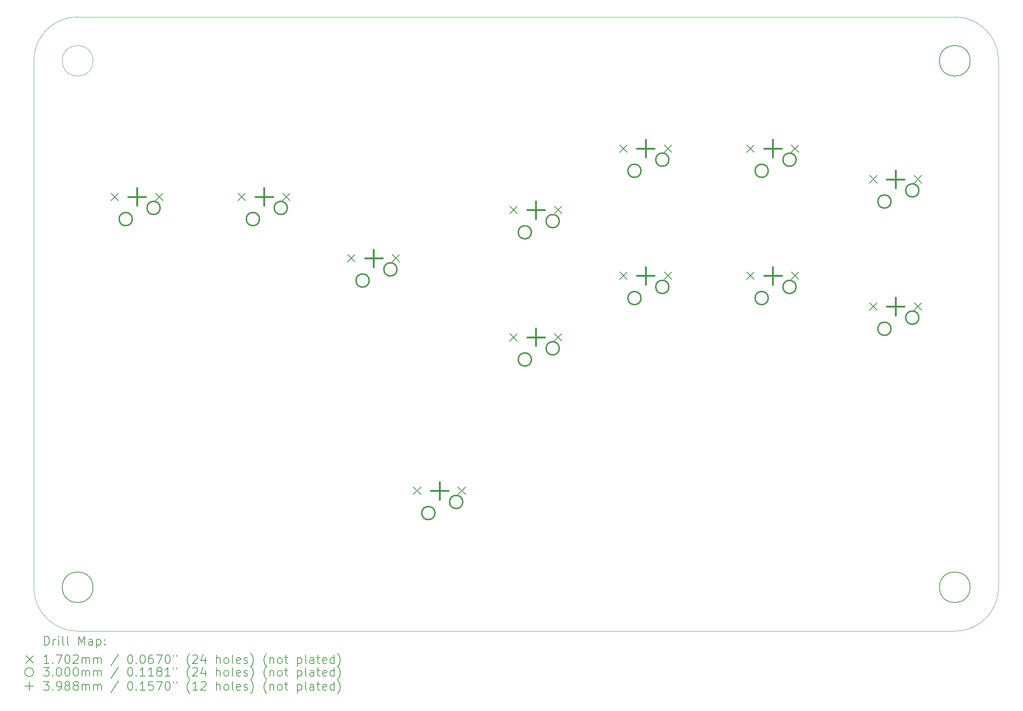
<source format=gbr>
%TF.GenerationSoftware,KiCad,Pcbnew,7.0.2*%
%TF.CreationDate,2023-09-05T17:50:13-07:00*%
%TF.ProjectId,takupcb-r2,74616b75-7063-4622-9d72-322e6b696361,rev?*%
%TF.SameCoordinates,Original*%
%TF.FileFunction,Drillmap*%
%TF.FilePolarity,Positive*%
%FSLAX45Y45*%
G04 Gerber Fmt 4.5, Leading zero omitted, Abs format (unit mm)*
G04 Created by KiCad (PCBNEW 7.0.2) date 2023-09-05 17:50:13*
%MOMM*%
%LPD*%
G01*
G04 APERTURE LIST*
%ADD10C,0.150000*%
%ADD11C,0.100000*%
%ADD12C,0.200000*%
%ADD13C,0.170180*%
%ADD14C,0.300000*%
%ADD15C,0.398780*%
G04 APERTURE END LIST*
D10*
X23350000Y-3000000D02*
G75*
G03*
X23350000Y-3000000I-350000J0D01*
G01*
X3350000Y-15000000D02*
G75*
G03*
X3350000Y-15000000I-350000J0D01*
G01*
D11*
X2000000Y-15000000D02*
G75*
G03*
X3000000Y-16000000I1000000J0D01*
G01*
X24000000Y-3000000D02*
G75*
G03*
X23000000Y-2000000I-1000000J0D01*
G01*
X23000000Y-2000000D02*
X3000000Y-2000000D01*
D10*
X23350000Y-15000000D02*
G75*
G03*
X23350000Y-15000000I-350000J0D01*
G01*
D11*
X2000000Y-3000000D02*
X2000000Y-15000000D01*
X24000000Y-15000000D02*
X24000000Y-3000000D01*
X3000000Y-2000000D02*
G75*
G03*
X2000000Y-3000000I0J-1000000D01*
G01*
X3350000Y-3000000D02*
G75*
G03*
X3350000Y-3000000I-350000J0D01*
G01*
X23000000Y-16000000D02*
G75*
G03*
X24000000Y-15000000I0J1000000D01*
G01*
X3000000Y-16000000D02*
X23000000Y-16000000D01*
D12*
D13*
X3756910Y-6014910D02*
X3927090Y-6185090D01*
X3927090Y-6014910D02*
X3756910Y-6185090D01*
X4772910Y-6014910D02*
X4943090Y-6185090D01*
X4943090Y-6014910D02*
X4772910Y-6185090D01*
X6656910Y-6014910D02*
X6827090Y-6185090D01*
X6827090Y-6014910D02*
X6656910Y-6185090D01*
X7672910Y-6014910D02*
X7843090Y-6185090D01*
X7843090Y-6014910D02*
X7672910Y-6185090D01*
X9156910Y-7414910D02*
X9327090Y-7585090D01*
X9327090Y-7414910D02*
X9156910Y-7585090D01*
X10172910Y-7414910D02*
X10343090Y-7585090D01*
X10343090Y-7414910D02*
X10172910Y-7585090D01*
X10656910Y-12714910D02*
X10827090Y-12885090D01*
X10827090Y-12714910D02*
X10656910Y-12885090D01*
X11672910Y-12714910D02*
X11843090Y-12885090D01*
X11843090Y-12714910D02*
X11672910Y-12885090D01*
X12856910Y-6314910D02*
X13027090Y-6485090D01*
X13027090Y-6314910D02*
X12856910Y-6485090D01*
X12856910Y-9214910D02*
X13027090Y-9385090D01*
X13027090Y-9214910D02*
X12856910Y-9385090D01*
X13872910Y-6314910D02*
X14043090Y-6485090D01*
X14043090Y-6314910D02*
X13872910Y-6485090D01*
X13872910Y-9214910D02*
X14043090Y-9385090D01*
X14043090Y-9214910D02*
X13872910Y-9385090D01*
X15356910Y-4914910D02*
X15527090Y-5085090D01*
X15527090Y-4914910D02*
X15356910Y-5085090D01*
X15356910Y-7814910D02*
X15527090Y-7985090D01*
X15527090Y-7814910D02*
X15356910Y-7985090D01*
X16372910Y-4914910D02*
X16543090Y-5085090D01*
X16543090Y-4914910D02*
X16372910Y-5085090D01*
X16372910Y-7814910D02*
X16543090Y-7985090D01*
X16543090Y-7814910D02*
X16372910Y-7985090D01*
X18256910Y-4914910D02*
X18427090Y-5085090D01*
X18427090Y-4914910D02*
X18256910Y-5085090D01*
X18256910Y-7814910D02*
X18427090Y-7985090D01*
X18427090Y-7814910D02*
X18256910Y-7985090D01*
X19272910Y-4914910D02*
X19443090Y-5085090D01*
X19443090Y-4914910D02*
X19272910Y-5085090D01*
X19272910Y-7814910D02*
X19443090Y-7985090D01*
X19443090Y-7814910D02*
X19272910Y-7985090D01*
X21056910Y-5614910D02*
X21227090Y-5785090D01*
X21227090Y-5614910D02*
X21056910Y-5785090D01*
X21056910Y-8514910D02*
X21227090Y-8685090D01*
X21227090Y-8514910D02*
X21056910Y-8685090D01*
X22072910Y-5614910D02*
X22243090Y-5785090D01*
X22243090Y-5614910D02*
X22072910Y-5785090D01*
X22072910Y-8514910D02*
X22243090Y-8685090D01*
X22243090Y-8514910D02*
X22072910Y-8685090D01*
D14*
X4246000Y-6608000D02*
G75*
G03*
X4246000Y-6608000I-150000J0D01*
G01*
X4881000Y-6354000D02*
G75*
G03*
X4881000Y-6354000I-150000J0D01*
G01*
X7146000Y-6608000D02*
G75*
G03*
X7146000Y-6608000I-150000J0D01*
G01*
X7781000Y-6354000D02*
G75*
G03*
X7781000Y-6354000I-150000J0D01*
G01*
X9646000Y-8008000D02*
G75*
G03*
X9646000Y-8008000I-150000J0D01*
G01*
X10281000Y-7754000D02*
G75*
G03*
X10281000Y-7754000I-150000J0D01*
G01*
X11146000Y-13308000D02*
G75*
G03*
X11146000Y-13308000I-150000J0D01*
G01*
X11781000Y-13054000D02*
G75*
G03*
X11781000Y-13054000I-150000J0D01*
G01*
X13346000Y-6908000D02*
G75*
G03*
X13346000Y-6908000I-150000J0D01*
G01*
X13346000Y-9808000D02*
G75*
G03*
X13346000Y-9808000I-150000J0D01*
G01*
X13981000Y-6654000D02*
G75*
G03*
X13981000Y-6654000I-150000J0D01*
G01*
X13981000Y-9554000D02*
G75*
G03*
X13981000Y-9554000I-150000J0D01*
G01*
X15846000Y-5508000D02*
G75*
G03*
X15846000Y-5508000I-150000J0D01*
G01*
X15846000Y-8408000D02*
G75*
G03*
X15846000Y-8408000I-150000J0D01*
G01*
X16481000Y-5254000D02*
G75*
G03*
X16481000Y-5254000I-150000J0D01*
G01*
X16481000Y-8154000D02*
G75*
G03*
X16481000Y-8154000I-150000J0D01*
G01*
X18746000Y-5508000D02*
G75*
G03*
X18746000Y-5508000I-150000J0D01*
G01*
X18746000Y-8408000D02*
G75*
G03*
X18746000Y-8408000I-150000J0D01*
G01*
X19381000Y-5254000D02*
G75*
G03*
X19381000Y-5254000I-150000J0D01*
G01*
X19381000Y-8154000D02*
G75*
G03*
X19381000Y-8154000I-150000J0D01*
G01*
X21546000Y-6208000D02*
G75*
G03*
X21546000Y-6208000I-150000J0D01*
G01*
X21546000Y-9108000D02*
G75*
G03*
X21546000Y-9108000I-150000J0D01*
G01*
X22181000Y-5954000D02*
G75*
G03*
X22181000Y-5954000I-150000J0D01*
G01*
X22181000Y-8854000D02*
G75*
G03*
X22181000Y-8854000I-150000J0D01*
G01*
D15*
X4350000Y-5900610D02*
X4350000Y-6299390D01*
X4150610Y-6100000D02*
X4549390Y-6100000D01*
X7250000Y-5900610D02*
X7250000Y-6299390D01*
X7050610Y-6100000D02*
X7449390Y-6100000D01*
X9750000Y-7300610D02*
X9750000Y-7699390D01*
X9550610Y-7500000D02*
X9949390Y-7500000D01*
X11250000Y-12600610D02*
X11250000Y-12999390D01*
X11050610Y-12800000D02*
X11449390Y-12800000D01*
X13450000Y-6200610D02*
X13450000Y-6599390D01*
X13250610Y-6400000D02*
X13649390Y-6400000D01*
X13450000Y-9100610D02*
X13450000Y-9499390D01*
X13250610Y-9300000D02*
X13649390Y-9300000D01*
X15950000Y-4800610D02*
X15950000Y-5199390D01*
X15750610Y-5000000D02*
X16149390Y-5000000D01*
X15950000Y-7700610D02*
X15950000Y-8099390D01*
X15750610Y-7900000D02*
X16149390Y-7900000D01*
X18850000Y-4800610D02*
X18850000Y-5199390D01*
X18650610Y-5000000D02*
X19049390Y-5000000D01*
X18850000Y-7700610D02*
X18850000Y-8099390D01*
X18650610Y-7900000D02*
X19049390Y-7900000D01*
X21650000Y-5500610D02*
X21650000Y-5899390D01*
X21450610Y-5700000D02*
X21849390Y-5700000D01*
X21650000Y-8400610D02*
X21650000Y-8799390D01*
X21450610Y-8600000D02*
X21849390Y-8600000D01*
D12*
X2242619Y-16317524D02*
X2242619Y-16117524D01*
X2242619Y-16117524D02*
X2290238Y-16117524D01*
X2290238Y-16117524D02*
X2318810Y-16127048D01*
X2318810Y-16127048D02*
X2337857Y-16146095D01*
X2337857Y-16146095D02*
X2347381Y-16165143D01*
X2347381Y-16165143D02*
X2356905Y-16203238D01*
X2356905Y-16203238D02*
X2356905Y-16231809D01*
X2356905Y-16231809D02*
X2347381Y-16269905D01*
X2347381Y-16269905D02*
X2337857Y-16288952D01*
X2337857Y-16288952D02*
X2318810Y-16308000D01*
X2318810Y-16308000D02*
X2290238Y-16317524D01*
X2290238Y-16317524D02*
X2242619Y-16317524D01*
X2442619Y-16317524D02*
X2442619Y-16184190D01*
X2442619Y-16222286D02*
X2452143Y-16203238D01*
X2452143Y-16203238D02*
X2461667Y-16193714D01*
X2461667Y-16193714D02*
X2480714Y-16184190D01*
X2480714Y-16184190D02*
X2499762Y-16184190D01*
X2566429Y-16317524D02*
X2566429Y-16184190D01*
X2566429Y-16117524D02*
X2556905Y-16127048D01*
X2556905Y-16127048D02*
X2566429Y-16136571D01*
X2566429Y-16136571D02*
X2575952Y-16127048D01*
X2575952Y-16127048D02*
X2566429Y-16117524D01*
X2566429Y-16117524D02*
X2566429Y-16136571D01*
X2690238Y-16317524D02*
X2671190Y-16308000D01*
X2671190Y-16308000D02*
X2661667Y-16288952D01*
X2661667Y-16288952D02*
X2661667Y-16117524D01*
X2795000Y-16317524D02*
X2775952Y-16308000D01*
X2775952Y-16308000D02*
X2766429Y-16288952D01*
X2766429Y-16288952D02*
X2766429Y-16117524D01*
X3023571Y-16317524D02*
X3023571Y-16117524D01*
X3023571Y-16117524D02*
X3090238Y-16260381D01*
X3090238Y-16260381D02*
X3156905Y-16117524D01*
X3156905Y-16117524D02*
X3156905Y-16317524D01*
X3337857Y-16317524D02*
X3337857Y-16212762D01*
X3337857Y-16212762D02*
X3328333Y-16193714D01*
X3328333Y-16193714D02*
X3309286Y-16184190D01*
X3309286Y-16184190D02*
X3271190Y-16184190D01*
X3271190Y-16184190D02*
X3252143Y-16193714D01*
X3337857Y-16308000D02*
X3318809Y-16317524D01*
X3318809Y-16317524D02*
X3271190Y-16317524D01*
X3271190Y-16317524D02*
X3252143Y-16308000D01*
X3252143Y-16308000D02*
X3242619Y-16288952D01*
X3242619Y-16288952D02*
X3242619Y-16269905D01*
X3242619Y-16269905D02*
X3252143Y-16250857D01*
X3252143Y-16250857D02*
X3271190Y-16241333D01*
X3271190Y-16241333D02*
X3318809Y-16241333D01*
X3318809Y-16241333D02*
X3337857Y-16231809D01*
X3433095Y-16184190D02*
X3433095Y-16384190D01*
X3433095Y-16193714D02*
X3452143Y-16184190D01*
X3452143Y-16184190D02*
X3490238Y-16184190D01*
X3490238Y-16184190D02*
X3509286Y-16193714D01*
X3509286Y-16193714D02*
X3518809Y-16203238D01*
X3518809Y-16203238D02*
X3528333Y-16222286D01*
X3528333Y-16222286D02*
X3528333Y-16279428D01*
X3528333Y-16279428D02*
X3518809Y-16298476D01*
X3518809Y-16298476D02*
X3509286Y-16308000D01*
X3509286Y-16308000D02*
X3490238Y-16317524D01*
X3490238Y-16317524D02*
X3452143Y-16317524D01*
X3452143Y-16317524D02*
X3433095Y-16308000D01*
X3614048Y-16298476D02*
X3623571Y-16308000D01*
X3623571Y-16308000D02*
X3614048Y-16317524D01*
X3614048Y-16317524D02*
X3604524Y-16308000D01*
X3604524Y-16308000D02*
X3614048Y-16298476D01*
X3614048Y-16298476D02*
X3614048Y-16317524D01*
X3614048Y-16193714D02*
X3623571Y-16203238D01*
X3623571Y-16203238D02*
X3614048Y-16212762D01*
X3614048Y-16212762D02*
X3604524Y-16203238D01*
X3604524Y-16203238D02*
X3614048Y-16193714D01*
X3614048Y-16193714D02*
X3614048Y-16212762D01*
D13*
X1824820Y-16559910D02*
X1995000Y-16730090D01*
X1995000Y-16559910D02*
X1824820Y-16730090D01*
D12*
X2347381Y-16737524D02*
X2233095Y-16737524D01*
X2290238Y-16737524D02*
X2290238Y-16537524D01*
X2290238Y-16537524D02*
X2271190Y-16566095D01*
X2271190Y-16566095D02*
X2252143Y-16585143D01*
X2252143Y-16585143D02*
X2233095Y-16594667D01*
X2433095Y-16718476D02*
X2442619Y-16728000D01*
X2442619Y-16728000D02*
X2433095Y-16737524D01*
X2433095Y-16737524D02*
X2423571Y-16728000D01*
X2423571Y-16728000D02*
X2433095Y-16718476D01*
X2433095Y-16718476D02*
X2433095Y-16737524D01*
X2509286Y-16537524D02*
X2642619Y-16537524D01*
X2642619Y-16537524D02*
X2556905Y-16737524D01*
X2756905Y-16537524D02*
X2775952Y-16537524D01*
X2775952Y-16537524D02*
X2795000Y-16547048D01*
X2795000Y-16547048D02*
X2804524Y-16556571D01*
X2804524Y-16556571D02*
X2814048Y-16575619D01*
X2814048Y-16575619D02*
X2823571Y-16613714D01*
X2823571Y-16613714D02*
X2823571Y-16661333D01*
X2823571Y-16661333D02*
X2814048Y-16699428D01*
X2814048Y-16699428D02*
X2804524Y-16718476D01*
X2804524Y-16718476D02*
X2795000Y-16728000D01*
X2795000Y-16728000D02*
X2775952Y-16737524D01*
X2775952Y-16737524D02*
X2756905Y-16737524D01*
X2756905Y-16737524D02*
X2737857Y-16728000D01*
X2737857Y-16728000D02*
X2728333Y-16718476D01*
X2728333Y-16718476D02*
X2718810Y-16699428D01*
X2718810Y-16699428D02*
X2709286Y-16661333D01*
X2709286Y-16661333D02*
X2709286Y-16613714D01*
X2709286Y-16613714D02*
X2718810Y-16575619D01*
X2718810Y-16575619D02*
X2728333Y-16556571D01*
X2728333Y-16556571D02*
X2737857Y-16547048D01*
X2737857Y-16547048D02*
X2756905Y-16537524D01*
X2899762Y-16556571D02*
X2909286Y-16547048D01*
X2909286Y-16547048D02*
X2928333Y-16537524D01*
X2928333Y-16537524D02*
X2975952Y-16537524D01*
X2975952Y-16537524D02*
X2995000Y-16547048D01*
X2995000Y-16547048D02*
X3004524Y-16556571D01*
X3004524Y-16556571D02*
X3014048Y-16575619D01*
X3014048Y-16575619D02*
X3014048Y-16594667D01*
X3014048Y-16594667D02*
X3004524Y-16623238D01*
X3004524Y-16623238D02*
X2890238Y-16737524D01*
X2890238Y-16737524D02*
X3014048Y-16737524D01*
X3099762Y-16737524D02*
X3099762Y-16604190D01*
X3099762Y-16623238D02*
X3109286Y-16613714D01*
X3109286Y-16613714D02*
X3128333Y-16604190D01*
X3128333Y-16604190D02*
X3156905Y-16604190D01*
X3156905Y-16604190D02*
X3175952Y-16613714D01*
X3175952Y-16613714D02*
X3185476Y-16632762D01*
X3185476Y-16632762D02*
X3185476Y-16737524D01*
X3185476Y-16632762D02*
X3195000Y-16613714D01*
X3195000Y-16613714D02*
X3214048Y-16604190D01*
X3214048Y-16604190D02*
X3242619Y-16604190D01*
X3242619Y-16604190D02*
X3261667Y-16613714D01*
X3261667Y-16613714D02*
X3271190Y-16632762D01*
X3271190Y-16632762D02*
X3271190Y-16737524D01*
X3366429Y-16737524D02*
X3366429Y-16604190D01*
X3366429Y-16623238D02*
X3375952Y-16613714D01*
X3375952Y-16613714D02*
X3395000Y-16604190D01*
X3395000Y-16604190D02*
X3423571Y-16604190D01*
X3423571Y-16604190D02*
X3442619Y-16613714D01*
X3442619Y-16613714D02*
X3452143Y-16632762D01*
X3452143Y-16632762D02*
X3452143Y-16737524D01*
X3452143Y-16632762D02*
X3461667Y-16613714D01*
X3461667Y-16613714D02*
X3480714Y-16604190D01*
X3480714Y-16604190D02*
X3509286Y-16604190D01*
X3509286Y-16604190D02*
X3528333Y-16613714D01*
X3528333Y-16613714D02*
X3537857Y-16632762D01*
X3537857Y-16632762D02*
X3537857Y-16737524D01*
X3928333Y-16528000D02*
X3756905Y-16785143D01*
X4185476Y-16537524D02*
X4204524Y-16537524D01*
X4204524Y-16537524D02*
X4223572Y-16547048D01*
X4223572Y-16547048D02*
X4233095Y-16556571D01*
X4233095Y-16556571D02*
X4242619Y-16575619D01*
X4242619Y-16575619D02*
X4252143Y-16613714D01*
X4252143Y-16613714D02*
X4252143Y-16661333D01*
X4252143Y-16661333D02*
X4242619Y-16699428D01*
X4242619Y-16699428D02*
X4233095Y-16718476D01*
X4233095Y-16718476D02*
X4223572Y-16728000D01*
X4223572Y-16728000D02*
X4204524Y-16737524D01*
X4204524Y-16737524D02*
X4185476Y-16737524D01*
X4185476Y-16737524D02*
X4166429Y-16728000D01*
X4166429Y-16728000D02*
X4156905Y-16718476D01*
X4156905Y-16718476D02*
X4147381Y-16699428D01*
X4147381Y-16699428D02*
X4137857Y-16661333D01*
X4137857Y-16661333D02*
X4137857Y-16613714D01*
X4137857Y-16613714D02*
X4147381Y-16575619D01*
X4147381Y-16575619D02*
X4156905Y-16556571D01*
X4156905Y-16556571D02*
X4166429Y-16547048D01*
X4166429Y-16547048D02*
X4185476Y-16537524D01*
X4337857Y-16718476D02*
X4347381Y-16728000D01*
X4347381Y-16728000D02*
X4337857Y-16737524D01*
X4337857Y-16737524D02*
X4328334Y-16728000D01*
X4328334Y-16728000D02*
X4337857Y-16718476D01*
X4337857Y-16718476D02*
X4337857Y-16737524D01*
X4471191Y-16537524D02*
X4490238Y-16537524D01*
X4490238Y-16537524D02*
X4509286Y-16547048D01*
X4509286Y-16547048D02*
X4518810Y-16556571D01*
X4518810Y-16556571D02*
X4528334Y-16575619D01*
X4528334Y-16575619D02*
X4537857Y-16613714D01*
X4537857Y-16613714D02*
X4537857Y-16661333D01*
X4537857Y-16661333D02*
X4528334Y-16699428D01*
X4528334Y-16699428D02*
X4518810Y-16718476D01*
X4518810Y-16718476D02*
X4509286Y-16728000D01*
X4509286Y-16728000D02*
X4490238Y-16737524D01*
X4490238Y-16737524D02*
X4471191Y-16737524D01*
X4471191Y-16737524D02*
X4452143Y-16728000D01*
X4452143Y-16728000D02*
X4442619Y-16718476D01*
X4442619Y-16718476D02*
X4433095Y-16699428D01*
X4433095Y-16699428D02*
X4423572Y-16661333D01*
X4423572Y-16661333D02*
X4423572Y-16613714D01*
X4423572Y-16613714D02*
X4433095Y-16575619D01*
X4433095Y-16575619D02*
X4442619Y-16556571D01*
X4442619Y-16556571D02*
X4452143Y-16547048D01*
X4452143Y-16547048D02*
X4471191Y-16537524D01*
X4709286Y-16537524D02*
X4671191Y-16537524D01*
X4671191Y-16537524D02*
X4652143Y-16547048D01*
X4652143Y-16547048D02*
X4642619Y-16556571D01*
X4642619Y-16556571D02*
X4623572Y-16585143D01*
X4623572Y-16585143D02*
X4614048Y-16623238D01*
X4614048Y-16623238D02*
X4614048Y-16699428D01*
X4614048Y-16699428D02*
X4623572Y-16718476D01*
X4623572Y-16718476D02*
X4633095Y-16728000D01*
X4633095Y-16728000D02*
X4652143Y-16737524D01*
X4652143Y-16737524D02*
X4690238Y-16737524D01*
X4690238Y-16737524D02*
X4709286Y-16728000D01*
X4709286Y-16728000D02*
X4718810Y-16718476D01*
X4718810Y-16718476D02*
X4728334Y-16699428D01*
X4728334Y-16699428D02*
X4728334Y-16651809D01*
X4728334Y-16651809D02*
X4718810Y-16632762D01*
X4718810Y-16632762D02*
X4709286Y-16623238D01*
X4709286Y-16623238D02*
X4690238Y-16613714D01*
X4690238Y-16613714D02*
X4652143Y-16613714D01*
X4652143Y-16613714D02*
X4633095Y-16623238D01*
X4633095Y-16623238D02*
X4623572Y-16632762D01*
X4623572Y-16632762D02*
X4614048Y-16651809D01*
X4795000Y-16537524D02*
X4928334Y-16537524D01*
X4928334Y-16537524D02*
X4842619Y-16737524D01*
X5042619Y-16537524D02*
X5061667Y-16537524D01*
X5061667Y-16537524D02*
X5080715Y-16547048D01*
X5080715Y-16547048D02*
X5090238Y-16556571D01*
X5090238Y-16556571D02*
X5099762Y-16575619D01*
X5099762Y-16575619D02*
X5109286Y-16613714D01*
X5109286Y-16613714D02*
X5109286Y-16661333D01*
X5109286Y-16661333D02*
X5099762Y-16699428D01*
X5099762Y-16699428D02*
X5090238Y-16718476D01*
X5090238Y-16718476D02*
X5080715Y-16728000D01*
X5080715Y-16728000D02*
X5061667Y-16737524D01*
X5061667Y-16737524D02*
X5042619Y-16737524D01*
X5042619Y-16737524D02*
X5023572Y-16728000D01*
X5023572Y-16728000D02*
X5014048Y-16718476D01*
X5014048Y-16718476D02*
X5004524Y-16699428D01*
X5004524Y-16699428D02*
X4995000Y-16661333D01*
X4995000Y-16661333D02*
X4995000Y-16613714D01*
X4995000Y-16613714D02*
X5004524Y-16575619D01*
X5004524Y-16575619D02*
X5014048Y-16556571D01*
X5014048Y-16556571D02*
X5023572Y-16547048D01*
X5023572Y-16547048D02*
X5042619Y-16537524D01*
X5185476Y-16537524D02*
X5185476Y-16575619D01*
X5261667Y-16537524D02*
X5261667Y-16575619D01*
X5556905Y-16813714D02*
X5547381Y-16804190D01*
X5547381Y-16804190D02*
X5528334Y-16775619D01*
X5528334Y-16775619D02*
X5518810Y-16756571D01*
X5518810Y-16756571D02*
X5509286Y-16728000D01*
X5509286Y-16728000D02*
X5499762Y-16680381D01*
X5499762Y-16680381D02*
X5499762Y-16642286D01*
X5499762Y-16642286D02*
X5509286Y-16594667D01*
X5509286Y-16594667D02*
X5518810Y-16566095D01*
X5518810Y-16566095D02*
X5528334Y-16547048D01*
X5528334Y-16547048D02*
X5547381Y-16518476D01*
X5547381Y-16518476D02*
X5556905Y-16508952D01*
X5623572Y-16556571D02*
X5633095Y-16547048D01*
X5633095Y-16547048D02*
X5652143Y-16537524D01*
X5652143Y-16537524D02*
X5699762Y-16537524D01*
X5699762Y-16537524D02*
X5718810Y-16547048D01*
X5718810Y-16547048D02*
X5728334Y-16556571D01*
X5728334Y-16556571D02*
X5737857Y-16575619D01*
X5737857Y-16575619D02*
X5737857Y-16594667D01*
X5737857Y-16594667D02*
X5728334Y-16623238D01*
X5728334Y-16623238D02*
X5614048Y-16737524D01*
X5614048Y-16737524D02*
X5737857Y-16737524D01*
X5909286Y-16604190D02*
X5909286Y-16737524D01*
X5861667Y-16528000D02*
X5814048Y-16670857D01*
X5814048Y-16670857D02*
X5937857Y-16670857D01*
X6166429Y-16737524D02*
X6166429Y-16537524D01*
X6252143Y-16737524D02*
X6252143Y-16632762D01*
X6252143Y-16632762D02*
X6242619Y-16613714D01*
X6242619Y-16613714D02*
X6223572Y-16604190D01*
X6223572Y-16604190D02*
X6195000Y-16604190D01*
X6195000Y-16604190D02*
X6175953Y-16613714D01*
X6175953Y-16613714D02*
X6166429Y-16623238D01*
X6375953Y-16737524D02*
X6356905Y-16728000D01*
X6356905Y-16728000D02*
X6347381Y-16718476D01*
X6347381Y-16718476D02*
X6337857Y-16699428D01*
X6337857Y-16699428D02*
X6337857Y-16642286D01*
X6337857Y-16642286D02*
X6347381Y-16623238D01*
X6347381Y-16623238D02*
X6356905Y-16613714D01*
X6356905Y-16613714D02*
X6375953Y-16604190D01*
X6375953Y-16604190D02*
X6404524Y-16604190D01*
X6404524Y-16604190D02*
X6423572Y-16613714D01*
X6423572Y-16613714D02*
X6433096Y-16623238D01*
X6433096Y-16623238D02*
X6442619Y-16642286D01*
X6442619Y-16642286D02*
X6442619Y-16699428D01*
X6442619Y-16699428D02*
X6433096Y-16718476D01*
X6433096Y-16718476D02*
X6423572Y-16728000D01*
X6423572Y-16728000D02*
X6404524Y-16737524D01*
X6404524Y-16737524D02*
X6375953Y-16737524D01*
X6556905Y-16737524D02*
X6537857Y-16728000D01*
X6537857Y-16728000D02*
X6528334Y-16708952D01*
X6528334Y-16708952D02*
X6528334Y-16537524D01*
X6709286Y-16728000D02*
X6690238Y-16737524D01*
X6690238Y-16737524D02*
X6652143Y-16737524D01*
X6652143Y-16737524D02*
X6633096Y-16728000D01*
X6633096Y-16728000D02*
X6623572Y-16708952D01*
X6623572Y-16708952D02*
X6623572Y-16632762D01*
X6623572Y-16632762D02*
X6633096Y-16613714D01*
X6633096Y-16613714D02*
X6652143Y-16604190D01*
X6652143Y-16604190D02*
X6690238Y-16604190D01*
X6690238Y-16604190D02*
X6709286Y-16613714D01*
X6709286Y-16613714D02*
X6718810Y-16632762D01*
X6718810Y-16632762D02*
X6718810Y-16651809D01*
X6718810Y-16651809D02*
X6623572Y-16670857D01*
X6795000Y-16728000D02*
X6814048Y-16737524D01*
X6814048Y-16737524D02*
X6852143Y-16737524D01*
X6852143Y-16737524D02*
X6871191Y-16728000D01*
X6871191Y-16728000D02*
X6880715Y-16708952D01*
X6880715Y-16708952D02*
X6880715Y-16699428D01*
X6880715Y-16699428D02*
X6871191Y-16680381D01*
X6871191Y-16680381D02*
X6852143Y-16670857D01*
X6852143Y-16670857D02*
X6823572Y-16670857D01*
X6823572Y-16670857D02*
X6804524Y-16661333D01*
X6804524Y-16661333D02*
X6795000Y-16642286D01*
X6795000Y-16642286D02*
X6795000Y-16632762D01*
X6795000Y-16632762D02*
X6804524Y-16613714D01*
X6804524Y-16613714D02*
X6823572Y-16604190D01*
X6823572Y-16604190D02*
X6852143Y-16604190D01*
X6852143Y-16604190D02*
X6871191Y-16613714D01*
X6947381Y-16813714D02*
X6956905Y-16804190D01*
X6956905Y-16804190D02*
X6975953Y-16775619D01*
X6975953Y-16775619D02*
X6985477Y-16756571D01*
X6985477Y-16756571D02*
X6995000Y-16728000D01*
X6995000Y-16728000D02*
X7004524Y-16680381D01*
X7004524Y-16680381D02*
X7004524Y-16642286D01*
X7004524Y-16642286D02*
X6995000Y-16594667D01*
X6995000Y-16594667D02*
X6985477Y-16566095D01*
X6985477Y-16566095D02*
X6975953Y-16547048D01*
X6975953Y-16547048D02*
X6956905Y-16518476D01*
X6956905Y-16518476D02*
X6947381Y-16508952D01*
X7309286Y-16813714D02*
X7299762Y-16804190D01*
X7299762Y-16804190D02*
X7280715Y-16775619D01*
X7280715Y-16775619D02*
X7271191Y-16756571D01*
X7271191Y-16756571D02*
X7261667Y-16728000D01*
X7261667Y-16728000D02*
X7252143Y-16680381D01*
X7252143Y-16680381D02*
X7252143Y-16642286D01*
X7252143Y-16642286D02*
X7261667Y-16594667D01*
X7261667Y-16594667D02*
X7271191Y-16566095D01*
X7271191Y-16566095D02*
X7280715Y-16547048D01*
X7280715Y-16547048D02*
X7299762Y-16518476D01*
X7299762Y-16518476D02*
X7309286Y-16508952D01*
X7385477Y-16604190D02*
X7385477Y-16737524D01*
X7385477Y-16623238D02*
X7395000Y-16613714D01*
X7395000Y-16613714D02*
X7414048Y-16604190D01*
X7414048Y-16604190D02*
X7442619Y-16604190D01*
X7442619Y-16604190D02*
X7461667Y-16613714D01*
X7461667Y-16613714D02*
X7471191Y-16632762D01*
X7471191Y-16632762D02*
X7471191Y-16737524D01*
X7595000Y-16737524D02*
X7575953Y-16728000D01*
X7575953Y-16728000D02*
X7566429Y-16718476D01*
X7566429Y-16718476D02*
X7556905Y-16699428D01*
X7556905Y-16699428D02*
X7556905Y-16642286D01*
X7556905Y-16642286D02*
X7566429Y-16623238D01*
X7566429Y-16623238D02*
X7575953Y-16613714D01*
X7575953Y-16613714D02*
X7595000Y-16604190D01*
X7595000Y-16604190D02*
X7623572Y-16604190D01*
X7623572Y-16604190D02*
X7642619Y-16613714D01*
X7642619Y-16613714D02*
X7652143Y-16623238D01*
X7652143Y-16623238D02*
X7661667Y-16642286D01*
X7661667Y-16642286D02*
X7661667Y-16699428D01*
X7661667Y-16699428D02*
X7652143Y-16718476D01*
X7652143Y-16718476D02*
X7642619Y-16728000D01*
X7642619Y-16728000D02*
X7623572Y-16737524D01*
X7623572Y-16737524D02*
X7595000Y-16737524D01*
X7718810Y-16604190D02*
X7795000Y-16604190D01*
X7747381Y-16537524D02*
X7747381Y-16708952D01*
X7747381Y-16708952D02*
X7756905Y-16728000D01*
X7756905Y-16728000D02*
X7775953Y-16737524D01*
X7775953Y-16737524D02*
X7795000Y-16737524D01*
X8014048Y-16604190D02*
X8014048Y-16804190D01*
X8014048Y-16613714D02*
X8033096Y-16604190D01*
X8033096Y-16604190D02*
X8071191Y-16604190D01*
X8071191Y-16604190D02*
X8090239Y-16613714D01*
X8090239Y-16613714D02*
X8099762Y-16623238D01*
X8099762Y-16623238D02*
X8109286Y-16642286D01*
X8109286Y-16642286D02*
X8109286Y-16699428D01*
X8109286Y-16699428D02*
X8099762Y-16718476D01*
X8099762Y-16718476D02*
X8090239Y-16728000D01*
X8090239Y-16728000D02*
X8071191Y-16737524D01*
X8071191Y-16737524D02*
X8033096Y-16737524D01*
X8033096Y-16737524D02*
X8014048Y-16728000D01*
X8223572Y-16737524D02*
X8204524Y-16728000D01*
X8204524Y-16728000D02*
X8195000Y-16708952D01*
X8195000Y-16708952D02*
X8195000Y-16537524D01*
X8385477Y-16737524D02*
X8385477Y-16632762D01*
X8385477Y-16632762D02*
X8375953Y-16613714D01*
X8375953Y-16613714D02*
X8356905Y-16604190D01*
X8356905Y-16604190D02*
X8318810Y-16604190D01*
X8318810Y-16604190D02*
X8299762Y-16613714D01*
X8385477Y-16728000D02*
X8366429Y-16737524D01*
X8366429Y-16737524D02*
X8318810Y-16737524D01*
X8318810Y-16737524D02*
X8299762Y-16728000D01*
X8299762Y-16728000D02*
X8290239Y-16708952D01*
X8290239Y-16708952D02*
X8290239Y-16689905D01*
X8290239Y-16689905D02*
X8299762Y-16670857D01*
X8299762Y-16670857D02*
X8318810Y-16661333D01*
X8318810Y-16661333D02*
X8366429Y-16661333D01*
X8366429Y-16661333D02*
X8385477Y-16651809D01*
X8452143Y-16604190D02*
X8528334Y-16604190D01*
X8480715Y-16537524D02*
X8480715Y-16708952D01*
X8480715Y-16708952D02*
X8490239Y-16728000D01*
X8490239Y-16728000D02*
X8509286Y-16737524D01*
X8509286Y-16737524D02*
X8528334Y-16737524D01*
X8671191Y-16728000D02*
X8652143Y-16737524D01*
X8652143Y-16737524D02*
X8614048Y-16737524D01*
X8614048Y-16737524D02*
X8595001Y-16728000D01*
X8595001Y-16728000D02*
X8585477Y-16708952D01*
X8585477Y-16708952D02*
X8585477Y-16632762D01*
X8585477Y-16632762D02*
X8595001Y-16613714D01*
X8595001Y-16613714D02*
X8614048Y-16604190D01*
X8614048Y-16604190D02*
X8652143Y-16604190D01*
X8652143Y-16604190D02*
X8671191Y-16613714D01*
X8671191Y-16613714D02*
X8680715Y-16632762D01*
X8680715Y-16632762D02*
X8680715Y-16651809D01*
X8680715Y-16651809D02*
X8585477Y-16670857D01*
X8852143Y-16737524D02*
X8852143Y-16537524D01*
X8852143Y-16728000D02*
X8833096Y-16737524D01*
X8833096Y-16737524D02*
X8795001Y-16737524D01*
X8795001Y-16737524D02*
X8775953Y-16728000D01*
X8775953Y-16728000D02*
X8766429Y-16718476D01*
X8766429Y-16718476D02*
X8756905Y-16699428D01*
X8756905Y-16699428D02*
X8756905Y-16642286D01*
X8756905Y-16642286D02*
X8766429Y-16623238D01*
X8766429Y-16623238D02*
X8775953Y-16613714D01*
X8775953Y-16613714D02*
X8795001Y-16604190D01*
X8795001Y-16604190D02*
X8833096Y-16604190D01*
X8833096Y-16604190D02*
X8852143Y-16613714D01*
X8928334Y-16813714D02*
X8937858Y-16804190D01*
X8937858Y-16804190D02*
X8956905Y-16775619D01*
X8956905Y-16775619D02*
X8966429Y-16756571D01*
X8966429Y-16756571D02*
X8975953Y-16728000D01*
X8975953Y-16728000D02*
X8985477Y-16680381D01*
X8985477Y-16680381D02*
X8985477Y-16642286D01*
X8985477Y-16642286D02*
X8975953Y-16594667D01*
X8975953Y-16594667D02*
X8966429Y-16566095D01*
X8966429Y-16566095D02*
X8956905Y-16547048D01*
X8956905Y-16547048D02*
X8937858Y-16518476D01*
X8937858Y-16518476D02*
X8928334Y-16508952D01*
X1995000Y-16935180D02*
G75*
G03*
X1995000Y-16935180I-100000J0D01*
G01*
X2223571Y-16827704D02*
X2347381Y-16827704D01*
X2347381Y-16827704D02*
X2280714Y-16903894D01*
X2280714Y-16903894D02*
X2309286Y-16903894D01*
X2309286Y-16903894D02*
X2328333Y-16913418D01*
X2328333Y-16913418D02*
X2337857Y-16922942D01*
X2337857Y-16922942D02*
X2347381Y-16941990D01*
X2347381Y-16941990D02*
X2347381Y-16989609D01*
X2347381Y-16989609D02*
X2337857Y-17008656D01*
X2337857Y-17008656D02*
X2328333Y-17018180D01*
X2328333Y-17018180D02*
X2309286Y-17027704D01*
X2309286Y-17027704D02*
X2252143Y-17027704D01*
X2252143Y-17027704D02*
X2233095Y-17018180D01*
X2233095Y-17018180D02*
X2223571Y-17008656D01*
X2433095Y-17008656D02*
X2442619Y-17018180D01*
X2442619Y-17018180D02*
X2433095Y-17027704D01*
X2433095Y-17027704D02*
X2423571Y-17018180D01*
X2423571Y-17018180D02*
X2433095Y-17008656D01*
X2433095Y-17008656D02*
X2433095Y-17027704D01*
X2566429Y-16827704D02*
X2585476Y-16827704D01*
X2585476Y-16827704D02*
X2604524Y-16837228D01*
X2604524Y-16837228D02*
X2614048Y-16846751D01*
X2614048Y-16846751D02*
X2623571Y-16865799D01*
X2623571Y-16865799D02*
X2633095Y-16903894D01*
X2633095Y-16903894D02*
X2633095Y-16951513D01*
X2633095Y-16951513D02*
X2623571Y-16989609D01*
X2623571Y-16989609D02*
X2614048Y-17008656D01*
X2614048Y-17008656D02*
X2604524Y-17018180D01*
X2604524Y-17018180D02*
X2585476Y-17027704D01*
X2585476Y-17027704D02*
X2566429Y-17027704D01*
X2566429Y-17027704D02*
X2547381Y-17018180D01*
X2547381Y-17018180D02*
X2537857Y-17008656D01*
X2537857Y-17008656D02*
X2528333Y-16989609D01*
X2528333Y-16989609D02*
X2518810Y-16951513D01*
X2518810Y-16951513D02*
X2518810Y-16903894D01*
X2518810Y-16903894D02*
X2528333Y-16865799D01*
X2528333Y-16865799D02*
X2537857Y-16846751D01*
X2537857Y-16846751D02*
X2547381Y-16837228D01*
X2547381Y-16837228D02*
X2566429Y-16827704D01*
X2756905Y-16827704D02*
X2775952Y-16827704D01*
X2775952Y-16827704D02*
X2795000Y-16837228D01*
X2795000Y-16837228D02*
X2804524Y-16846751D01*
X2804524Y-16846751D02*
X2814048Y-16865799D01*
X2814048Y-16865799D02*
X2823571Y-16903894D01*
X2823571Y-16903894D02*
X2823571Y-16951513D01*
X2823571Y-16951513D02*
X2814048Y-16989609D01*
X2814048Y-16989609D02*
X2804524Y-17008656D01*
X2804524Y-17008656D02*
X2795000Y-17018180D01*
X2795000Y-17018180D02*
X2775952Y-17027704D01*
X2775952Y-17027704D02*
X2756905Y-17027704D01*
X2756905Y-17027704D02*
X2737857Y-17018180D01*
X2737857Y-17018180D02*
X2728333Y-17008656D01*
X2728333Y-17008656D02*
X2718810Y-16989609D01*
X2718810Y-16989609D02*
X2709286Y-16951513D01*
X2709286Y-16951513D02*
X2709286Y-16903894D01*
X2709286Y-16903894D02*
X2718810Y-16865799D01*
X2718810Y-16865799D02*
X2728333Y-16846751D01*
X2728333Y-16846751D02*
X2737857Y-16837228D01*
X2737857Y-16837228D02*
X2756905Y-16827704D01*
X2947381Y-16827704D02*
X2966429Y-16827704D01*
X2966429Y-16827704D02*
X2985476Y-16837228D01*
X2985476Y-16837228D02*
X2995000Y-16846751D01*
X2995000Y-16846751D02*
X3004524Y-16865799D01*
X3004524Y-16865799D02*
X3014048Y-16903894D01*
X3014048Y-16903894D02*
X3014048Y-16951513D01*
X3014048Y-16951513D02*
X3004524Y-16989609D01*
X3004524Y-16989609D02*
X2995000Y-17008656D01*
X2995000Y-17008656D02*
X2985476Y-17018180D01*
X2985476Y-17018180D02*
X2966429Y-17027704D01*
X2966429Y-17027704D02*
X2947381Y-17027704D01*
X2947381Y-17027704D02*
X2928333Y-17018180D01*
X2928333Y-17018180D02*
X2918809Y-17008656D01*
X2918809Y-17008656D02*
X2909286Y-16989609D01*
X2909286Y-16989609D02*
X2899762Y-16951513D01*
X2899762Y-16951513D02*
X2899762Y-16903894D01*
X2899762Y-16903894D02*
X2909286Y-16865799D01*
X2909286Y-16865799D02*
X2918809Y-16846751D01*
X2918809Y-16846751D02*
X2928333Y-16837228D01*
X2928333Y-16837228D02*
X2947381Y-16827704D01*
X3099762Y-17027704D02*
X3099762Y-16894370D01*
X3099762Y-16913418D02*
X3109286Y-16903894D01*
X3109286Y-16903894D02*
X3128333Y-16894370D01*
X3128333Y-16894370D02*
X3156905Y-16894370D01*
X3156905Y-16894370D02*
X3175952Y-16903894D01*
X3175952Y-16903894D02*
X3185476Y-16922942D01*
X3185476Y-16922942D02*
X3185476Y-17027704D01*
X3185476Y-16922942D02*
X3195000Y-16903894D01*
X3195000Y-16903894D02*
X3214048Y-16894370D01*
X3214048Y-16894370D02*
X3242619Y-16894370D01*
X3242619Y-16894370D02*
X3261667Y-16903894D01*
X3261667Y-16903894D02*
X3271190Y-16922942D01*
X3271190Y-16922942D02*
X3271190Y-17027704D01*
X3366429Y-17027704D02*
X3366429Y-16894370D01*
X3366429Y-16913418D02*
X3375952Y-16903894D01*
X3375952Y-16903894D02*
X3395000Y-16894370D01*
X3395000Y-16894370D02*
X3423571Y-16894370D01*
X3423571Y-16894370D02*
X3442619Y-16903894D01*
X3442619Y-16903894D02*
X3452143Y-16922942D01*
X3452143Y-16922942D02*
X3452143Y-17027704D01*
X3452143Y-16922942D02*
X3461667Y-16903894D01*
X3461667Y-16903894D02*
X3480714Y-16894370D01*
X3480714Y-16894370D02*
X3509286Y-16894370D01*
X3509286Y-16894370D02*
X3528333Y-16903894D01*
X3528333Y-16903894D02*
X3537857Y-16922942D01*
X3537857Y-16922942D02*
X3537857Y-17027704D01*
X3928333Y-16818180D02*
X3756905Y-17075323D01*
X4185476Y-16827704D02*
X4204524Y-16827704D01*
X4204524Y-16827704D02*
X4223572Y-16837228D01*
X4223572Y-16837228D02*
X4233095Y-16846751D01*
X4233095Y-16846751D02*
X4242619Y-16865799D01*
X4242619Y-16865799D02*
X4252143Y-16903894D01*
X4252143Y-16903894D02*
X4252143Y-16951513D01*
X4252143Y-16951513D02*
X4242619Y-16989609D01*
X4242619Y-16989609D02*
X4233095Y-17008656D01*
X4233095Y-17008656D02*
X4223572Y-17018180D01*
X4223572Y-17018180D02*
X4204524Y-17027704D01*
X4204524Y-17027704D02*
X4185476Y-17027704D01*
X4185476Y-17027704D02*
X4166429Y-17018180D01*
X4166429Y-17018180D02*
X4156905Y-17008656D01*
X4156905Y-17008656D02*
X4147381Y-16989609D01*
X4147381Y-16989609D02*
X4137857Y-16951513D01*
X4137857Y-16951513D02*
X4137857Y-16903894D01*
X4137857Y-16903894D02*
X4147381Y-16865799D01*
X4147381Y-16865799D02*
X4156905Y-16846751D01*
X4156905Y-16846751D02*
X4166429Y-16837228D01*
X4166429Y-16837228D02*
X4185476Y-16827704D01*
X4337857Y-17008656D02*
X4347381Y-17018180D01*
X4347381Y-17018180D02*
X4337857Y-17027704D01*
X4337857Y-17027704D02*
X4328334Y-17018180D01*
X4328334Y-17018180D02*
X4337857Y-17008656D01*
X4337857Y-17008656D02*
X4337857Y-17027704D01*
X4537857Y-17027704D02*
X4423572Y-17027704D01*
X4480714Y-17027704D02*
X4480714Y-16827704D01*
X4480714Y-16827704D02*
X4461667Y-16856275D01*
X4461667Y-16856275D02*
X4442619Y-16875323D01*
X4442619Y-16875323D02*
X4423572Y-16884847D01*
X4728334Y-17027704D02*
X4614048Y-17027704D01*
X4671191Y-17027704D02*
X4671191Y-16827704D01*
X4671191Y-16827704D02*
X4652143Y-16856275D01*
X4652143Y-16856275D02*
X4633095Y-16875323D01*
X4633095Y-16875323D02*
X4614048Y-16884847D01*
X4842619Y-16913418D02*
X4823572Y-16903894D01*
X4823572Y-16903894D02*
X4814048Y-16894370D01*
X4814048Y-16894370D02*
X4804524Y-16875323D01*
X4804524Y-16875323D02*
X4804524Y-16865799D01*
X4804524Y-16865799D02*
X4814048Y-16846751D01*
X4814048Y-16846751D02*
X4823572Y-16837228D01*
X4823572Y-16837228D02*
X4842619Y-16827704D01*
X4842619Y-16827704D02*
X4880715Y-16827704D01*
X4880715Y-16827704D02*
X4899762Y-16837228D01*
X4899762Y-16837228D02*
X4909286Y-16846751D01*
X4909286Y-16846751D02*
X4918810Y-16865799D01*
X4918810Y-16865799D02*
X4918810Y-16875323D01*
X4918810Y-16875323D02*
X4909286Y-16894370D01*
X4909286Y-16894370D02*
X4899762Y-16903894D01*
X4899762Y-16903894D02*
X4880715Y-16913418D01*
X4880715Y-16913418D02*
X4842619Y-16913418D01*
X4842619Y-16913418D02*
X4823572Y-16922942D01*
X4823572Y-16922942D02*
X4814048Y-16932466D01*
X4814048Y-16932466D02*
X4804524Y-16951513D01*
X4804524Y-16951513D02*
X4804524Y-16989609D01*
X4804524Y-16989609D02*
X4814048Y-17008656D01*
X4814048Y-17008656D02*
X4823572Y-17018180D01*
X4823572Y-17018180D02*
X4842619Y-17027704D01*
X4842619Y-17027704D02*
X4880715Y-17027704D01*
X4880715Y-17027704D02*
X4899762Y-17018180D01*
X4899762Y-17018180D02*
X4909286Y-17008656D01*
X4909286Y-17008656D02*
X4918810Y-16989609D01*
X4918810Y-16989609D02*
X4918810Y-16951513D01*
X4918810Y-16951513D02*
X4909286Y-16932466D01*
X4909286Y-16932466D02*
X4899762Y-16922942D01*
X4899762Y-16922942D02*
X4880715Y-16913418D01*
X5109286Y-17027704D02*
X4995000Y-17027704D01*
X5052143Y-17027704D02*
X5052143Y-16827704D01*
X5052143Y-16827704D02*
X5033095Y-16856275D01*
X5033095Y-16856275D02*
X5014048Y-16875323D01*
X5014048Y-16875323D02*
X4995000Y-16884847D01*
X5185476Y-16827704D02*
X5185476Y-16865799D01*
X5261667Y-16827704D02*
X5261667Y-16865799D01*
X5556905Y-17103894D02*
X5547381Y-17094370D01*
X5547381Y-17094370D02*
X5528334Y-17065799D01*
X5528334Y-17065799D02*
X5518810Y-17046751D01*
X5518810Y-17046751D02*
X5509286Y-17018180D01*
X5509286Y-17018180D02*
X5499762Y-16970561D01*
X5499762Y-16970561D02*
X5499762Y-16932466D01*
X5499762Y-16932466D02*
X5509286Y-16884847D01*
X5509286Y-16884847D02*
X5518810Y-16856275D01*
X5518810Y-16856275D02*
X5528334Y-16837228D01*
X5528334Y-16837228D02*
X5547381Y-16808656D01*
X5547381Y-16808656D02*
X5556905Y-16799132D01*
X5623572Y-16846751D02*
X5633095Y-16837228D01*
X5633095Y-16837228D02*
X5652143Y-16827704D01*
X5652143Y-16827704D02*
X5699762Y-16827704D01*
X5699762Y-16827704D02*
X5718810Y-16837228D01*
X5718810Y-16837228D02*
X5728334Y-16846751D01*
X5728334Y-16846751D02*
X5737857Y-16865799D01*
X5737857Y-16865799D02*
X5737857Y-16884847D01*
X5737857Y-16884847D02*
X5728334Y-16913418D01*
X5728334Y-16913418D02*
X5614048Y-17027704D01*
X5614048Y-17027704D02*
X5737857Y-17027704D01*
X5909286Y-16894370D02*
X5909286Y-17027704D01*
X5861667Y-16818180D02*
X5814048Y-16961037D01*
X5814048Y-16961037D02*
X5937857Y-16961037D01*
X6166429Y-17027704D02*
X6166429Y-16827704D01*
X6252143Y-17027704D02*
X6252143Y-16922942D01*
X6252143Y-16922942D02*
X6242619Y-16903894D01*
X6242619Y-16903894D02*
X6223572Y-16894370D01*
X6223572Y-16894370D02*
X6195000Y-16894370D01*
X6195000Y-16894370D02*
X6175953Y-16903894D01*
X6175953Y-16903894D02*
X6166429Y-16913418D01*
X6375953Y-17027704D02*
X6356905Y-17018180D01*
X6356905Y-17018180D02*
X6347381Y-17008656D01*
X6347381Y-17008656D02*
X6337857Y-16989609D01*
X6337857Y-16989609D02*
X6337857Y-16932466D01*
X6337857Y-16932466D02*
X6347381Y-16913418D01*
X6347381Y-16913418D02*
X6356905Y-16903894D01*
X6356905Y-16903894D02*
X6375953Y-16894370D01*
X6375953Y-16894370D02*
X6404524Y-16894370D01*
X6404524Y-16894370D02*
X6423572Y-16903894D01*
X6423572Y-16903894D02*
X6433096Y-16913418D01*
X6433096Y-16913418D02*
X6442619Y-16932466D01*
X6442619Y-16932466D02*
X6442619Y-16989609D01*
X6442619Y-16989609D02*
X6433096Y-17008656D01*
X6433096Y-17008656D02*
X6423572Y-17018180D01*
X6423572Y-17018180D02*
X6404524Y-17027704D01*
X6404524Y-17027704D02*
X6375953Y-17027704D01*
X6556905Y-17027704D02*
X6537857Y-17018180D01*
X6537857Y-17018180D02*
X6528334Y-16999132D01*
X6528334Y-16999132D02*
X6528334Y-16827704D01*
X6709286Y-17018180D02*
X6690238Y-17027704D01*
X6690238Y-17027704D02*
X6652143Y-17027704D01*
X6652143Y-17027704D02*
X6633096Y-17018180D01*
X6633096Y-17018180D02*
X6623572Y-16999132D01*
X6623572Y-16999132D02*
X6623572Y-16922942D01*
X6623572Y-16922942D02*
X6633096Y-16903894D01*
X6633096Y-16903894D02*
X6652143Y-16894370D01*
X6652143Y-16894370D02*
X6690238Y-16894370D01*
X6690238Y-16894370D02*
X6709286Y-16903894D01*
X6709286Y-16903894D02*
X6718810Y-16922942D01*
X6718810Y-16922942D02*
X6718810Y-16941990D01*
X6718810Y-16941990D02*
X6623572Y-16961037D01*
X6795000Y-17018180D02*
X6814048Y-17027704D01*
X6814048Y-17027704D02*
X6852143Y-17027704D01*
X6852143Y-17027704D02*
X6871191Y-17018180D01*
X6871191Y-17018180D02*
X6880715Y-16999132D01*
X6880715Y-16999132D02*
X6880715Y-16989609D01*
X6880715Y-16989609D02*
X6871191Y-16970561D01*
X6871191Y-16970561D02*
X6852143Y-16961037D01*
X6852143Y-16961037D02*
X6823572Y-16961037D01*
X6823572Y-16961037D02*
X6804524Y-16951513D01*
X6804524Y-16951513D02*
X6795000Y-16932466D01*
X6795000Y-16932466D02*
X6795000Y-16922942D01*
X6795000Y-16922942D02*
X6804524Y-16903894D01*
X6804524Y-16903894D02*
X6823572Y-16894370D01*
X6823572Y-16894370D02*
X6852143Y-16894370D01*
X6852143Y-16894370D02*
X6871191Y-16903894D01*
X6947381Y-17103894D02*
X6956905Y-17094370D01*
X6956905Y-17094370D02*
X6975953Y-17065799D01*
X6975953Y-17065799D02*
X6985477Y-17046751D01*
X6985477Y-17046751D02*
X6995000Y-17018180D01*
X6995000Y-17018180D02*
X7004524Y-16970561D01*
X7004524Y-16970561D02*
X7004524Y-16932466D01*
X7004524Y-16932466D02*
X6995000Y-16884847D01*
X6995000Y-16884847D02*
X6985477Y-16856275D01*
X6985477Y-16856275D02*
X6975953Y-16837228D01*
X6975953Y-16837228D02*
X6956905Y-16808656D01*
X6956905Y-16808656D02*
X6947381Y-16799132D01*
X7309286Y-17103894D02*
X7299762Y-17094370D01*
X7299762Y-17094370D02*
X7280715Y-17065799D01*
X7280715Y-17065799D02*
X7271191Y-17046751D01*
X7271191Y-17046751D02*
X7261667Y-17018180D01*
X7261667Y-17018180D02*
X7252143Y-16970561D01*
X7252143Y-16970561D02*
X7252143Y-16932466D01*
X7252143Y-16932466D02*
X7261667Y-16884847D01*
X7261667Y-16884847D02*
X7271191Y-16856275D01*
X7271191Y-16856275D02*
X7280715Y-16837228D01*
X7280715Y-16837228D02*
X7299762Y-16808656D01*
X7299762Y-16808656D02*
X7309286Y-16799132D01*
X7385477Y-16894370D02*
X7385477Y-17027704D01*
X7385477Y-16913418D02*
X7395000Y-16903894D01*
X7395000Y-16903894D02*
X7414048Y-16894370D01*
X7414048Y-16894370D02*
X7442619Y-16894370D01*
X7442619Y-16894370D02*
X7461667Y-16903894D01*
X7461667Y-16903894D02*
X7471191Y-16922942D01*
X7471191Y-16922942D02*
X7471191Y-17027704D01*
X7595000Y-17027704D02*
X7575953Y-17018180D01*
X7575953Y-17018180D02*
X7566429Y-17008656D01*
X7566429Y-17008656D02*
X7556905Y-16989609D01*
X7556905Y-16989609D02*
X7556905Y-16932466D01*
X7556905Y-16932466D02*
X7566429Y-16913418D01*
X7566429Y-16913418D02*
X7575953Y-16903894D01*
X7575953Y-16903894D02*
X7595000Y-16894370D01*
X7595000Y-16894370D02*
X7623572Y-16894370D01*
X7623572Y-16894370D02*
X7642619Y-16903894D01*
X7642619Y-16903894D02*
X7652143Y-16913418D01*
X7652143Y-16913418D02*
X7661667Y-16932466D01*
X7661667Y-16932466D02*
X7661667Y-16989609D01*
X7661667Y-16989609D02*
X7652143Y-17008656D01*
X7652143Y-17008656D02*
X7642619Y-17018180D01*
X7642619Y-17018180D02*
X7623572Y-17027704D01*
X7623572Y-17027704D02*
X7595000Y-17027704D01*
X7718810Y-16894370D02*
X7795000Y-16894370D01*
X7747381Y-16827704D02*
X7747381Y-16999132D01*
X7747381Y-16999132D02*
X7756905Y-17018180D01*
X7756905Y-17018180D02*
X7775953Y-17027704D01*
X7775953Y-17027704D02*
X7795000Y-17027704D01*
X8014048Y-16894370D02*
X8014048Y-17094370D01*
X8014048Y-16903894D02*
X8033096Y-16894370D01*
X8033096Y-16894370D02*
X8071191Y-16894370D01*
X8071191Y-16894370D02*
X8090239Y-16903894D01*
X8090239Y-16903894D02*
X8099762Y-16913418D01*
X8099762Y-16913418D02*
X8109286Y-16932466D01*
X8109286Y-16932466D02*
X8109286Y-16989609D01*
X8109286Y-16989609D02*
X8099762Y-17008656D01*
X8099762Y-17008656D02*
X8090239Y-17018180D01*
X8090239Y-17018180D02*
X8071191Y-17027704D01*
X8071191Y-17027704D02*
X8033096Y-17027704D01*
X8033096Y-17027704D02*
X8014048Y-17018180D01*
X8223572Y-17027704D02*
X8204524Y-17018180D01*
X8204524Y-17018180D02*
X8195000Y-16999132D01*
X8195000Y-16999132D02*
X8195000Y-16827704D01*
X8385477Y-17027704D02*
X8385477Y-16922942D01*
X8385477Y-16922942D02*
X8375953Y-16903894D01*
X8375953Y-16903894D02*
X8356905Y-16894370D01*
X8356905Y-16894370D02*
X8318810Y-16894370D01*
X8318810Y-16894370D02*
X8299762Y-16903894D01*
X8385477Y-17018180D02*
X8366429Y-17027704D01*
X8366429Y-17027704D02*
X8318810Y-17027704D01*
X8318810Y-17027704D02*
X8299762Y-17018180D01*
X8299762Y-17018180D02*
X8290239Y-16999132D01*
X8290239Y-16999132D02*
X8290239Y-16980085D01*
X8290239Y-16980085D02*
X8299762Y-16961037D01*
X8299762Y-16961037D02*
X8318810Y-16951513D01*
X8318810Y-16951513D02*
X8366429Y-16951513D01*
X8366429Y-16951513D02*
X8385477Y-16941990D01*
X8452143Y-16894370D02*
X8528334Y-16894370D01*
X8480715Y-16827704D02*
X8480715Y-16999132D01*
X8480715Y-16999132D02*
X8490239Y-17018180D01*
X8490239Y-17018180D02*
X8509286Y-17027704D01*
X8509286Y-17027704D02*
X8528334Y-17027704D01*
X8671191Y-17018180D02*
X8652143Y-17027704D01*
X8652143Y-17027704D02*
X8614048Y-17027704D01*
X8614048Y-17027704D02*
X8595001Y-17018180D01*
X8595001Y-17018180D02*
X8585477Y-16999132D01*
X8585477Y-16999132D02*
X8585477Y-16922942D01*
X8585477Y-16922942D02*
X8595001Y-16903894D01*
X8595001Y-16903894D02*
X8614048Y-16894370D01*
X8614048Y-16894370D02*
X8652143Y-16894370D01*
X8652143Y-16894370D02*
X8671191Y-16903894D01*
X8671191Y-16903894D02*
X8680715Y-16922942D01*
X8680715Y-16922942D02*
X8680715Y-16941990D01*
X8680715Y-16941990D02*
X8585477Y-16961037D01*
X8852143Y-17027704D02*
X8852143Y-16827704D01*
X8852143Y-17018180D02*
X8833096Y-17027704D01*
X8833096Y-17027704D02*
X8795001Y-17027704D01*
X8795001Y-17027704D02*
X8775953Y-17018180D01*
X8775953Y-17018180D02*
X8766429Y-17008656D01*
X8766429Y-17008656D02*
X8756905Y-16989609D01*
X8756905Y-16989609D02*
X8756905Y-16932466D01*
X8756905Y-16932466D02*
X8766429Y-16913418D01*
X8766429Y-16913418D02*
X8775953Y-16903894D01*
X8775953Y-16903894D02*
X8795001Y-16894370D01*
X8795001Y-16894370D02*
X8833096Y-16894370D01*
X8833096Y-16894370D02*
X8852143Y-16903894D01*
X8928334Y-17103894D02*
X8937858Y-17094370D01*
X8937858Y-17094370D02*
X8956905Y-17065799D01*
X8956905Y-17065799D02*
X8966429Y-17046751D01*
X8966429Y-17046751D02*
X8975953Y-17018180D01*
X8975953Y-17018180D02*
X8985477Y-16970561D01*
X8985477Y-16970561D02*
X8985477Y-16932466D01*
X8985477Y-16932466D02*
X8975953Y-16884847D01*
X8975953Y-16884847D02*
X8966429Y-16856275D01*
X8966429Y-16856275D02*
X8956905Y-16837228D01*
X8956905Y-16837228D02*
X8937858Y-16808656D01*
X8937858Y-16808656D02*
X8928334Y-16799132D01*
X1895000Y-17155180D02*
X1895000Y-17355180D01*
X1795000Y-17255180D02*
X1995000Y-17255180D01*
X2223571Y-17147704D02*
X2347381Y-17147704D01*
X2347381Y-17147704D02*
X2280714Y-17223894D01*
X2280714Y-17223894D02*
X2309286Y-17223894D01*
X2309286Y-17223894D02*
X2328333Y-17233418D01*
X2328333Y-17233418D02*
X2337857Y-17242942D01*
X2337857Y-17242942D02*
X2347381Y-17261990D01*
X2347381Y-17261990D02*
X2347381Y-17309609D01*
X2347381Y-17309609D02*
X2337857Y-17328656D01*
X2337857Y-17328656D02*
X2328333Y-17338180D01*
X2328333Y-17338180D02*
X2309286Y-17347704D01*
X2309286Y-17347704D02*
X2252143Y-17347704D01*
X2252143Y-17347704D02*
X2233095Y-17338180D01*
X2233095Y-17338180D02*
X2223571Y-17328656D01*
X2433095Y-17328656D02*
X2442619Y-17338180D01*
X2442619Y-17338180D02*
X2433095Y-17347704D01*
X2433095Y-17347704D02*
X2423571Y-17338180D01*
X2423571Y-17338180D02*
X2433095Y-17328656D01*
X2433095Y-17328656D02*
X2433095Y-17347704D01*
X2537857Y-17347704D02*
X2575952Y-17347704D01*
X2575952Y-17347704D02*
X2595000Y-17338180D01*
X2595000Y-17338180D02*
X2604524Y-17328656D01*
X2604524Y-17328656D02*
X2623571Y-17300085D01*
X2623571Y-17300085D02*
X2633095Y-17261990D01*
X2633095Y-17261990D02*
X2633095Y-17185799D01*
X2633095Y-17185799D02*
X2623571Y-17166751D01*
X2623571Y-17166751D02*
X2614048Y-17157228D01*
X2614048Y-17157228D02*
X2595000Y-17147704D01*
X2595000Y-17147704D02*
X2556905Y-17147704D01*
X2556905Y-17147704D02*
X2537857Y-17157228D01*
X2537857Y-17157228D02*
X2528333Y-17166751D01*
X2528333Y-17166751D02*
X2518810Y-17185799D01*
X2518810Y-17185799D02*
X2518810Y-17233418D01*
X2518810Y-17233418D02*
X2528333Y-17252466D01*
X2528333Y-17252466D02*
X2537857Y-17261990D01*
X2537857Y-17261990D02*
X2556905Y-17271513D01*
X2556905Y-17271513D02*
X2595000Y-17271513D01*
X2595000Y-17271513D02*
X2614048Y-17261990D01*
X2614048Y-17261990D02*
X2623571Y-17252466D01*
X2623571Y-17252466D02*
X2633095Y-17233418D01*
X2747381Y-17233418D02*
X2728333Y-17223894D01*
X2728333Y-17223894D02*
X2718810Y-17214370D01*
X2718810Y-17214370D02*
X2709286Y-17195323D01*
X2709286Y-17195323D02*
X2709286Y-17185799D01*
X2709286Y-17185799D02*
X2718810Y-17166751D01*
X2718810Y-17166751D02*
X2728333Y-17157228D01*
X2728333Y-17157228D02*
X2747381Y-17147704D01*
X2747381Y-17147704D02*
X2785476Y-17147704D01*
X2785476Y-17147704D02*
X2804524Y-17157228D01*
X2804524Y-17157228D02*
X2814048Y-17166751D01*
X2814048Y-17166751D02*
X2823571Y-17185799D01*
X2823571Y-17185799D02*
X2823571Y-17195323D01*
X2823571Y-17195323D02*
X2814048Y-17214370D01*
X2814048Y-17214370D02*
X2804524Y-17223894D01*
X2804524Y-17223894D02*
X2785476Y-17233418D01*
X2785476Y-17233418D02*
X2747381Y-17233418D01*
X2747381Y-17233418D02*
X2728333Y-17242942D01*
X2728333Y-17242942D02*
X2718810Y-17252466D01*
X2718810Y-17252466D02*
X2709286Y-17271513D01*
X2709286Y-17271513D02*
X2709286Y-17309609D01*
X2709286Y-17309609D02*
X2718810Y-17328656D01*
X2718810Y-17328656D02*
X2728333Y-17338180D01*
X2728333Y-17338180D02*
X2747381Y-17347704D01*
X2747381Y-17347704D02*
X2785476Y-17347704D01*
X2785476Y-17347704D02*
X2804524Y-17338180D01*
X2804524Y-17338180D02*
X2814048Y-17328656D01*
X2814048Y-17328656D02*
X2823571Y-17309609D01*
X2823571Y-17309609D02*
X2823571Y-17271513D01*
X2823571Y-17271513D02*
X2814048Y-17252466D01*
X2814048Y-17252466D02*
X2804524Y-17242942D01*
X2804524Y-17242942D02*
X2785476Y-17233418D01*
X2937857Y-17233418D02*
X2918809Y-17223894D01*
X2918809Y-17223894D02*
X2909286Y-17214370D01*
X2909286Y-17214370D02*
X2899762Y-17195323D01*
X2899762Y-17195323D02*
X2899762Y-17185799D01*
X2899762Y-17185799D02*
X2909286Y-17166751D01*
X2909286Y-17166751D02*
X2918809Y-17157228D01*
X2918809Y-17157228D02*
X2937857Y-17147704D01*
X2937857Y-17147704D02*
X2975952Y-17147704D01*
X2975952Y-17147704D02*
X2995000Y-17157228D01*
X2995000Y-17157228D02*
X3004524Y-17166751D01*
X3004524Y-17166751D02*
X3014048Y-17185799D01*
X3014048Y-17185799D02*
X3014048Y-17195323D01*
X3014048Y-17195323D02*
X3004524Y-17214370D01*
X3004524Y-17214370D02*
X2995000Y-17223894D01*
X2995000Y-17223894D02*
X2975952Y-17233418D01*
X2975952Y-17233418D02*
X2937857Y-17233418D01*
X2937857Y-17233418D02*
X2918809Y-17242942D01*
X2918809Y-17242942D02*
X2909286Y-17252466D01*
X2909286Y-17252466D02*
X2899762Y-17271513D01*
X2899762Y-17271513D02*
X2899762Y-17309609D01*
X2899762Y-17309609D02*
X2909286Y-17328656D01*
X2909286Y-17328656D02*
X2918809Y-17338180D01*
X2918809Y-17338180D02*
X2937857Y-17347704D01*
X2937857Y-17347704D02*
X2975952Y-17347704D01*
X2975952Y-17347704D02*
X2995000Y-17338180D01*
X2995000Y-17338180D02*
X3004524Y-17328656D01*
X3004524Y-17328656D02*
X3014048Y-17309609D01*
X3014048Y-17309609D02*
X3014048Y-17271513D01*
X3014048Y-17271513D02*
X3004524Y-17252466D01*
X3004524Y-17252466D02*
X2995000Y-17242942D01*
X2995000Y-17242942D02*
X2975952Y-17233418D01*
X3099762Y-17347704D02*
X3099762Y-17214370D01*
X3099762Y-17233418D02*
X3109286Y-17223894D01*
X3109286Y-17223894D02*
X3128333Y-17214370D01*
X3128333Y-17214370D02*
X3156905Y-17214370D01*
X3156905Y-17214370D02*
X3175952Y-17223894D01*
X3175952Y-17223894D02*
X3185476Y-17242942D01*
X3185476Y-17242942D02*
X3185476Y-17347704D01*
X3185476Y-17242942D02*
X3195000Y-17223894D01*
X3195000Y-17223894D02*
X3214048Y-17214370D01*
X3214048Y-17214370D02*
X3242619Y-17214370D01*
X3242619Y-17214370D02*
X3261667Y-17223894D01*
X3261667Y-17223894D02*
X3271190Y-17242942D01*
X3271190Y-17242942D02*
X3271190Y-17347704D01*
X3366429Y-17347704D02*
X3366429Y-17214370D01*
X3366429Y-17233418D02*
X3375952Y-17223894D01*
X3375952Y-17223894D02*
X3395000Y-17214370D01*
X3395000Y-17214370D02*
X3423571Y-17214370D01*
X3423571Y-17214370D02*
X3442619Y-17223894D01*
X3442619Y-17223894D02*
X3452143Y-17242942D01*
X3452143Y-17242942D02*
X3452143Y-17347704D01*
X3452143Y-17242942D02*
X3461667Y-17223894D01*
X3461667Y-17223894D02*
X3480714Y-17214370D01*
X3480714Y-17214370D02*
X3509286Y-17214370D01*
X3509286Y-17214370D02*
X3528333Y-17223894D01*
X3528333Y-17223894D02*
X3537857Y-17242942D01*
X3537857Y-17242942D02*
X3537857Y-17347704D01*
X3928333Y-17138180D02*
X3756905Y-17395323D01*
X4185476Y-17147704D02*
X4204524Y-17147704D01*
X4204524Y-17147704D02*
X4223572Y-17157228D01*
X4223572Y-17157228D02*
X4233095Y-17166751D01*
X4233095Y-17166751D02*
X4242619Y-17185799D01*
X4242619Y-17185799D02*
X4252143Y-17223894D01*
X4252143Y-17223894D02*
X4252143Y-17271513D01*
X4252143Y-17271513D02*
X4242619Y-17309609D01*
X4242619Y-17309609D02*
X4233095Y-17328656D01*
X4233095Y-17328656D02*
X4223572Y-17338180D01*
X4223572Y-17338180D02*
X4204524Y-17347704D01*
X4204524Y-17347704D02*
X4185476Y-17347704D01*
X4185476Y-17347704D02*
X4166429Y-17338180D01*
X4166429Y-17338180D02*
X4156905Y-17328656D01*
X4156905Y-17328656D02*
X4147381Y-17309609D01*
X4147381Y-17309609D02*
X4137857Y-17271513D01*
X4137857Y-17271513D02*
X4137857Y-17223894D01*
X4137857Y-17223894D02*
X4147381Y-17185799D01*
X4147381Y-17185799D02*
X4156905Y-17166751D01*
X4156905Y-17166751D02*
X4166429Y-17157228D01*
X4166429Y-17157228D02*
X4185476Y-17147704D01*
X4337857Y-17328656D02*
X4347381Y-17338180D01*
X4347381Y-17338180D02*
X4337857Y-17347704D01*
X4337857Y-17347704D02*
X4328334Y-17338180D01*
X4328334Y-17338180D02*
X4337857Y-17328656D01*
X4337857Y-17328656D02*
X4337857Y-17347704D01*
X4537857Y-17347704D02*
X4423572Y-17347704D01*
X4480714Y-17347704D02*
X4480714Y-17147704D01*
X4480714Y-17147704D02*
X4461667Y-17176275D01*
X4461667Y-17176275D02*
X4442619Y-17195323D01*
X4442619Y-17195323D02*
X4423572Y-17204847D01*
X4718810Y-17147704D02*
X4623572Y-17147704D01*
X4623572Y-17147704D02*
X4614048Y-17242942D01*
X4614048Y-17242942D02*
X4623572Y-17233418D01*
X4623572Y-17233418D02*
X4642619Y-17223894D01*
X4642619Y-17223894D02*
X4690238Y-17223894D01*
X4690238Y-17223894D02*
X4709286Y-17233418D01*
X4709286Y-17233418D02*
X4718810Y-17242942D01*
X4718810Y-17242942D02*
X4728334Y-17261990D01*
X4728334Y-17261990D02*
X4728334Y-17309609D01*
X4728334Y-17309609D02*
X4718810Y-17328656D01*
X4718810Y-17328656D02*
X4709286Y-17338180D01*
X4709286Y-17338180D02*
X4690238Y-17347704D01*
X4690238Y-17347704D02*
X4642619Y-17347704D01*
X4642619Y-17347704D02*
X4623572Y-17338180D01*
X4623572Y-17338180D02*
X4614048Y-17328656D01*
X4795000Y-17147704D02*
X4928334Y-17147704D01*
X4928334Y-17147704D02*
X4842619Y-17347704D01*
X5042619Y-17147704D02*
X5061667Y-17147704D01*
X5061667Y-17147704D02*
X5080715Y-17157228D01*
X5080715Y-17157228D02*
X5090238Y-17166751D01*
X5090238Y-17166751D02*
X5099762Y-17185799D01*
X5099762Y-17185799D02*
X5109286Y-17223894D01*
X5109286Y-17223894D02*
X5109286Y-17271513D01*
X5109286Y-17271513D02*
X5099762Y-17309609D01*
X5099762Y-17309609D02*
X5090238Y-17328656D01*
X5090238Y-17328656D02*
X5080715Y-17338180D01*
X5080715Y-17338180D02*
X5061667Y-17347704D01*
X5061667Y-17347704D02*
X5042619Y-17347704D01*
X5042619Y-17347704D02*
X5023572Y-17338180D01*
X5023572Y-17338180D02*
X5014048Y-17328656D01*
X5014048Y-17328656D02*
X5004524Y-17309609D01*
X5004524Y-17309609D02*
X4995000Y-17271513D01*
X4995000Y-17271513D02*
X4995000Y-17223894D01*
X4995000Y-17223894D02*
X5004524Y-17185799D01*
X5004524Y-17185799D02*
X5014048Y-17166751D01*
X5014048Y-17166751D02*
X5023572Y-17157228D01*
X5023572Y-17157228D02*
X5042619Y-17147704D01*
X5185476Y-17147704D02*
X5185476Y-17185799D01*
X5261667Y-17147704D02*
X5261667Y-17185799D01*
X5556905Y-17423894D02*
X5547381Y-17414370D01*
X5547381Y-17414370D02*
X5528334Y-17385799D01*
X5528334Y-17385799D02*
X5518810Y-17366751D01*
X5518810Y-17366751D02*
X5509286Y-17338180D01*
X5509286Y-17338180D02*
X5499762Y-17290561D01*
X5499762Y-17290561D02*
X5499762Y-17252466D01*
X5499762Y-17252466D02*
X5509286Y-17204847D01*
X5509286Y-17204847D02*
X5518810Y-17176275D01*
X5518810Y-17176275D02*
X5528334Y-17157228D01*
X5528334Y-17157228D02*
X5547381Y-17128656D01*
X5547381Y-17128656D02*
X5556905Y-17119132D01*
X5737857Y-17347704D02*
X5623572Y-17347704D01*
X5680714Y-17347704D02*
X5680714Y-17147704D01*
X5680714Y-17147704D02*
X5661667Y-17176275D01*
X5661667Y-17176275D02*
X5642619Y-17195323D01*
X5642619Y-17195323D02*
X5623572Y-17204847D01*
X5814048Y-17166751D02*
X5823572Y-17157228D01*
X5823572Y-17157228D02*
X5842619Y-17147704D01*
X5842619Y-17147704D02*
X5890238Y-17147704D01*
X5890238Y-17147704D02*
X5909286Y-17157228D01*
X5909286Y-17157228D02*
X5918810Y-17166751D01*
X5918810Y-17166751D02*
X5928334Y-17185799D01*
X5928334Y-17185799D02*
X5928334Y-17204847D01*
X5928334Y-17204847D02*
X5918810Y-17233418D01*
X5918810Y-17233418D02*
X5804524Y-17347704D01*
X5804524Y-17347704D02*
X5928334Y-17347704D01*
X6166429Y-17347704D02*
X6166429Y-17147704D01*
X6252143Y-17347704D02*
X6252143Y-17242942D01*
X6252143Y-17242942D02*
X6242619Y-17223894D01*
X6242619Y-17223894D02*
X6223572Y-17214370D01*
X6223572Y-17214370D02*
X6195000Y-17214370D01*
X6195000Y-17214370D02*
X6175953Y-17223894D01*
X6175953Y-17223894D02*
X6166429Y-17233418D01*
X6375953Y-17347704D02*
X6356905Y-17338180D01*
X6356905Y-17338180D02*
X6347381Y-17328656D01*
X6347381Y-17328656D02*
X6337857Y-17309609D01*
X6337857Y-17309609D02*
X6337857Y-17252466D01*
X6337857Y-17252466D02*
X6347381Y-17233418D01*
X6347381Y-17233418D02*
X6356905Y-17223894D01*
X6356905Y-17223894D02*
X6375953Y-17214370D01*
X6375953Y-17214370D02*
X6404524Y-17214370D01*
X6404524Y-17214370D02*
X6423572Y-17223894D01*
X6423572Y-17223894D02*
X6433096Y-17233418D01*
X6433096Y-17233418D02*
X6442619Y-17252466D01*
X6442619Y-17252466D02*
X6442619Y-17309609D01*
X6442619Y-17309609D02*
X6433096Y-17328656D01*
X6433096Y-17328656D02*
X6423572Y-17338180D01*
X6423572Y-17338180D02*
X6404524Y-17347704D01*
X6404524Y-17347704D02*
X6375953Y-17347704D01*
X6556905Y-17347704D02*
X6537857Y-17338180D01*
X6537857Y-17338180D02*
X6528334Y-17319132D01*
X6528334Y-17319132D02*
X6528334Y-17147704D01*
X6709286Y-17338180D02*
X6690238Y-17347704D01*
X6690238Y-17347704D02*
X6652143Y-17347704D01*
X6652143Y-17347704D02*
X6633096Y-17338180D01*
X6633096Y-17338180D02*
X6623572Y-17319132D01*
X6623572Y-17319132D02*
X6623572Y-17242942D01*
X6623572Y-17242942D02*
X6633096Y-17223894D01*
X6633096Y-17223894D02*
X6652143Y-17214370D01*
X6652143Y-17214370D02*
X6690238Y-17214370D01*
X6690238Y-17214370D02*
X6709286Y-17223894D01*
X6709286Y-17223894D02*
X6718810Y-17242942D01*
X6718810Y-17242942D02*
X6718810Y-17261990D01*
X6718810Y-17261990D02*
X6623572Y-17281037D01*
X6795000Y-17338180D02*
X6814048Y-17347704D01*
X6814048Y-17347704D02*
X6852143Y-17347704D01*
X6852143Y-17347704D02*
X6871191Y-17338180D01*
X6871191Y-17338180D02*
X6880715Y-17319132D01*
X6880715Y-17319132D02*
X6880715Y-17309609D01*
X6880715Y-17309609D02*
X6871191Y-17290561D01*
X6871191Y-17290561D02*
X6852143Y-17281037D01*
X6852143Y-17281037D02*
X6823572Y-17281037D01*
X6823572Y-17281037D02*
X6804524Y-17271513D01*
X6804524Y-17271513D02*
X6795000Y-17252466D01*
X6795000Y-17252466D02*
X6795000Y-17242942D01*
X6795000Y-17242942D02*
X6804524Y-17223894D01*
X6804524Y-17223894D02*
X6823572Y-17214370D01*
X6823572Y-17214370D02*
X6852143Y-17214370D01*
X6852143Y-17214370D02*
X6871191Y-17223894D01*
X6947381Y-17423894D02*
X6956905Y-17414370D01*
X6956905Y-17414370D02*
X6975953Y-17385799D01*
X6975953Y-17385799D02*
X6985477Y-17366751D01*
X6985477Y-17366751D02*
X6995000Y-17338180D01*
X6995000Y-17338180D02*
X7004524Y-17290561D01*
X7004524Y-17290561D02*
X7004524Y-17252466D01*
X7004524Y-17252466D02*
X6995000Y-17204847D01*
X6995000Y-17204847D02*
X6985477Y-17176275D01*
X6985477Y-17176275D02*
X6975953Y-17157228D01*
X6975953Y-17157228D02*
X6956905Y-17128656D01*
X6956905Y-17128656D02*
X6947381Y-17119132D01*
X7309286Y-17423894D02*
X7299762Y-17414370D01*
X7299762Y-17414370D02*
X7280715Y-17385799D01*
X7280715Y-17385799D02*
X7271191Y-17366751D01*
X7271191Y-17366751D02*
X7261667Y-17338180D01*
X7261667Y-17338180D02*
X7252143Y-17290561D01*
X7252143Y-17290561D02*
X7252143Y-17252466D01*
X7252143Y-17252466D02*
X7261667Y-17204847D01*
X7261667Y-17204847D02*
X7271191Y-17176275D01*
X7271191Y-17176275D02*
X7280715Y-17157228D01*
X7280715Y-17157228D02*
X7299762Y-17128656D01*
X7299762Y-17128656D02*
X7309286Y-17119132D01*
X7385477Y-17214370D02*
X7385477Y-17347704D01*
X7385477Y-17233418D02*
X7395000Y-17223894D01*
X7395000Y-17223894D02*
X7414048Y-17214370D01*
X7414048Y-17214370D02*
X7442619Y-17214370D01*
X7442619Y-17214370D02*
X7461667Y-17223894D01*
X7461667Y-17223894D02*
X7471191Y-17242942D01*
X7471191Y-17242942D02*
X7471191Y-17347704D01*
X7595000Y-17347704D02*
X7575953Y-17338180D01*
X7575953Y-17338180D02*
X7566429Y-17328656D01*
X7566429Y-17328656D02*
X7556905Y-17309609D01*
X7556905Y-17309609D02*
X7556905Y-17252466D01*
X7556905Y-17252466D02*
X7566429Y-17233418D01*
X7566429Y-17233418D02*
X7575953Y-17223894D01*
X7575953Y-17223894D02*
X7595000Y-17214370D01*
X7595000Y-17214370D02*
X7623572Y-17214370D01*
X7623572Y-17214370D02*
X7642619Y-17223894D01*
X7642619Y-17223894D02*
X7652143Y-17233418D01*
X7652143Y-17233418D02*
X7661667Y-17252466D01*
X7661667Y-17252466D02*
X7661667Y-17309609D01*
X7661667Y-17309609D02*
X7652143Y-17328656D01*
X7652143Y-17328656D02*
X7642619Y-17338180D01*
X7642619Y-17338180D02*
X7623572Y-17347704D01*
X7623572Y-17347704D02*
X7595000Y-17347704D01*
X7718810Y-17214370D02*
X7795000Y-17214370D01*
X7747381Y-17147704D02*
X7747381Y-17319132D01*
X7747381Y-17319132D02*
X7756905Y-17338180D01*
X7756905Y-17338180D02*
X7775953Y-17347704D01*
X7775953Y-17347704D02*
X7795000Y-17347704D01*
X8014048Y-17214370D02*
X8014048Y-17414370D01*
X8014048Y-17223894D02*
X8033096Y-17214370D01*
X8033096Y-17214370D02*
X8071191Y-17214370D01*
X8071191Y-17214370D02*
X8090239Y-17223894D01*
X8090239Y-17223894D02*
X8099762Y-17233418D01*
X8099762Y-17233418D02*
X8109286Y-17252466D01*
X8109286Y-17252466D02*
X8109286Y-17309609D01*
X8109286Y-17309609D02*
X8099762Y-17328656D01*
X8099762Y-17328656D02*
X8090239Y-17338180D01*
X8090239Y-17338180D02*
X8071191Y-17347704D01*
X8071191Y-17347704D02*
X8033096Y-17347704D01*
X8033096Y-17347704D02*
X8014048Y-17338180D01*
X8223572Y-17347704D02*
X8204524Y-17338180D01*
X8204524Y-17338180D02*
X8195000Y-17319132D01*
X8195000Y-17319132D02*
X8195000Y-17147704D01*
X8385477Y-17347704D02*
X8385477Y-17242942D01*
X8385477Y-17242942D02*
X8375953Y-17223894D01*
X8375953Y-17223894D02*
X8356905Y-17214370D01*
X8356905Y-17214370D02*
X8318810Y-17214370D01*
X8318810Y-17214370D02*
X8299762Y-17223894D01*
X8385477Y-17338180D02*
X8366429Y-17347704D01*
X8366429Y-17347704D02*
X8318810Y-17347704D01*
X8318810Y-17347704D02*
X8299762Y-17338180D01*
X8299762Y-17338180D02*
X8290239Y-17319132D01*
X8290239Y-17319132D02*
X8290239Y-17300085D01*
X8290239Y-17300085D02*
X8299762Y-17281037D01*
X8299762Y-17281037D02*
X8318810Y-17271513D01*
X8318810Y-17271513D02*
X8366429Y-17271513D01*
X8366429Y-17271513D02*
X8385477Y-17261990D01*
X8452143Y-17214370D02*
X8528334Y-17214370D01*
X8480715Y-17147704D02*
X8480715Y-17319132D01*
X8480715Y-17319132D02*
X8490239Y-17338180D01*
X8490239Y-17338180D02*
X8509286Y-17347704D01*
X8509286Y-17347704D02*
X8528334Y-17347704D01*
X8671191Y-17338180D02*
X8652143Y-17347704D01*
X8652143Y-17347704D02*
X8614048Y-17347704D01*
X8614048Y-17347704D02*
X8595001Y-17338180D01*
X8595001Y-17338180D02*
X8585477Y-17319132D01*
X8585477Y-17319132D02*
X8585477Y-17242942D01*
X8585477Y-17242942D02*
X8595001Y-17223894D01*
X8595001Y-17223894D02*
X8614048Y-17214370D01*
X8614048Y-17214370D02*
X8652143Y-17214370D01*
X8652143Y-17214370D02*
X8671191Y-17223894D01*
X8671191Y-17223894D02*
X8680715Y-17242942D01*
X8680715Y-17242942D02*
X8680715Y-17261990D01*
X8680715Y-17261990D02*
X8585477Y-17281037D01*
X8852143Y-17347704D02*
X8852143Y-17147704D01*
X8852143Y-17338180D02*
X8833096Y-17347704D01*
X8833096Y-17347704D02*
X8795001Y-17347704D01*
X8795001Y-17347704D02*
X8775953Y-17338180D01*
X8775953Y-17338180D02*
X8766429Y-17328656D01*
X8766429Y-17328656D02*
X8756905Y-17309609D01*
X8756905Y-17309609D02*
X8756905Y-17252466D01*
X8756905Y-17252466D02*
X8766429Y-17233418D01*
X8766429Y-17233418D02*
X8775953Y-17223894D01*
X8775953Y-17223894D02*
X8795001Y-17214370D01*
X8795001Y-17214370D02*
X8833096Y-17214370D01*
X8833096Y-17214370D02*
X8852143Y-17223894D01*
X8928334Y-17423894D02*
X8937858Y-17414370D01*
X8937858Y-17414370D02*
X8956905Y-17385799D01*
X8956905Y-17385799D02*
X8966429Y-17366751D01*
X8966429Y-17366751D02*
X8975953Y-17338180D01*
X8975953Y-17338180D02*
X8985477Y-17290561D01*
X8985477Y-17290561D02*
X8985477Y-17252466D01*
X8985477Y-17252466D02*
X8975953Y-17204847D01*
X8975953Y-17204847D02*
X8966429Y-17176275D01*
X8966429Y-17176275D02*
X8956905Y-17157228D01*
X8956905Y-17157228D02*
X8937858Y-17128656D01*
X8937858Y-17128656D02*
X8928334Y-17119132D01*
M02*

</source>
